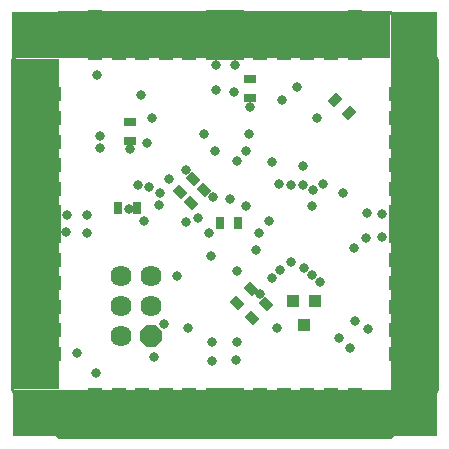
<source format=gbs>
%FSLAX24Y24*%
%MOIN*%
G70*
G01*
G75*
G04 Layer_Color=16711935*
%ADD10R,0.0236X0.0315*%
G04:AMPARAMS|DCode=11|XSize=15.7mil|YSize=59.1mil|CornerRadius=0mil|HoleSize=0mil|Usage=FLASHONLY|Rotation=315.000|XOffset=0mil|YOffset=0mil|HoleType=Round|Shape=Rectangle|*
%AMROTATEDRECTD11*
4,1,4,-0.0264,-0.0153,0.0153,0.0264,0.0264,0.0153,-0.0153,-0.0264,-0.0264,-0.0153,0.0*
%
%ADD11ROTATEDRECTD11*%

G04:AMPARAMS|DCode=12|XSize=15.7mil|YSize=59.1mil|CornerRadius=0mil|HoleSize=0mil|Usage=FLASHONLY|Rotation=45.000|XOffset=0mil|YOffset=0mil|HoleType=Round|Shape=Rectangle|*
%AMROTATEDRECTD12*
4,1,4,0.0153,-0.0264,-0.0264,0.0153,-0.0153,0.0264,0.0264,-0.0153,0.0153,-0.0264,0.0*
%
%ADD12ROTATEDRECTD12*%

G04:AMPARAMS|DCode=13|XSize=15.7mil|YSize=59.1mil|CornerRadius=0mil|HoleSize=0mil|Usage=FLASHONLY|Rotation=45.000|XOffset=0mil|YOffset=0mil|HoleType=Round|Shape=Round|*
%AMOVALD13*
21,1,0.0433,0.0157,0.0000,0.0000,135.0*
1,1,0.0157,0.0153,-0.0153*
1,1,0.0157,-0.0153,0.0153*
%
%ADD13OVALD13*%

%ADD14R,0.0450X0.0450*%
%ADD15R,0.0472X0.1457*%
%ADD16C,0.0200*%
%ADD17C,0.0100*%
%ADD18C,0.0150*%
%ADD19R,0.0540X0.0670*%
%ADD20R,0.1080X0.0760*%
%ADD21R,0.1260X0.1080*%
%ADD22R,0.0820X0.1791*%
%ADD23R,0.0394X0.1575*%
%ADD24R,0.0394X0.1181*%
%ADD25R,0.1181X0.1575*%
%ADD26R,0.1575X0.0394*%
%ADD27R,0.1181X0.0394*%
%ADD28R,0.1575X0.1181*%
%ADD29C,0.0625*%
G04:AMPARAMS|DCode=30|XSize=62.5mil|YSize=62.5mil|CornerRadius=0mil|HoleSize=0mil|Usage=FLASHONLY|Rotation=180.000|XOffset=0mil|YOffset=0mil|HoleType=Round|Shape=Octagon|*
%AMOCTAGOND30*
4,1,8,-0.0313,0.0156,-0.0313,-0.0156,-0.0156,-0.0313,0.0156,-0.0313,0.0313,-0.0156,0.0313,0.0156,0.0156,0.0313,-0.0156,0.0313,-0.0313,0.0156,0.0*
%
%ADD30OCTAGOND30*%

%ADD31C,0.0250*%
G04:AMPARAMS|DCode=32|XSize=23.6mil|YSize=31.5mil|CornerRadius=0mil|HoleSize=0mil|Usage=FLASHONLY|Rotation=45.000|XOffset=0mil|YOffset=0mil|HoleType=Round|Shape=Rectangle|*
%AMROTATEDRECTD32*
4,1,4,0.0028,-0.0195,-0.0195,0.0028,-0.0028,0.0195,0.0195,-0.0028,0.0028,-0.0195,0.0*
%
%ADD32ROTATEDRECTD32*%

G04:AMPARAMS|DCode=33|XSize=23.6mil|YSize=31.5mil|CornerRadius=0mil|HoleSize=0mil|Usage=FLASHONLY|Rotation=135.000|XOffset=0mil|YOffset=0mil|HoleType=Round|Shape=Rectangle|*
%AMROTATEDRECTD33*
4,1,4,0.0195,0.0028,-0.0028,-0.0195,-0.0195,-0.0028,0.0028,0.0195,0.0195,0.0028,0.0*
%
%ADD33ROTATEDRECTD33*%

%ADD34R,0.0315X0.0236*%
%ADD35R,0.0310X0.0350*%
%ADD36R,0.0440X0.1070*%
%ADD37C,0.0039*%
%ADD38C,0.0060*%
%ADD39C,0.0075*%
%ADD40C,0.0070*%
%ADD41R,1.1024X0.1575*%
%ADD42R,0.1575X1.2598*%
%ADD43R,1.4173X0.1575*%
%ADD44R,0.1575X1.2598*%
%ADD45R,0.0316X0.0395*%
G04:AMPARAMS|DCode=46|XSize=23.7mil|YSize=67.1mil|CornerRadius=0mil|HoleSize=0mil|Usage=FLASHONLY|Rotation=315.000|XOffset=0mil|YOffset=0mil|HoleType=Round|Shape=Rectangle|*
%AMROTATEDRECTD46*
4,1,4,-0.0321,-0.0153,0.0153,0.0321,0.0321,0.0153,-0.0153,-0.0321,-0.0321,-0.0153,0.0*
%
%ADD46ROTATEDRECTD46*%

G04:AMPARAMS|DCode=47|XSize=23.7mil|YSize=67.1mil|CornerRadius=0mil|HoleSize=0mil|Usage=FLASHONLY|Rotation=45.000|XOffset=0mil|YOffset=0mil|HoleType=Round|Shape=Rectangle|*
%AMROTATEDRECTD47*
4,1,4,0.0153,-0.0321,-0.0321,0.0153,-0.0153,0.0321,0.0321,-0.0153,0.0153,-0.0321,0.0*
%
%ADD47ROTATEDRECTD47*%

G04:AMPARAMS|DCode=48|XSize=23.7mil|YSize=67.1mil|CornerRadius=0mil|HoleSize=0mil|Usage=FLASHONLY|Rotation=45.000|XOffset=0mil|YOffset=0mil|HoleType=Round|Shape=Round|*
%AMOVALD48*
21,1,0.0433,0.0237,0.0000,0.0000,135.0*
1,1,0.0237,0.0153,-0.0153*
1,1,0.0237,-0.0153,0.0153*
%
%ADD48OVALD48*%

%ADD49R,0.0530X0.0530*%
%ADD50R,0.0552X0.1537*%
%ADD51R,0.0474X0.1655*%
%ADD52R,0.0474X0.1261*%
%ADD53R,0.1261X0.1655*%
%ADD54R,0.1655X0.0474*%
%ADD55R,0.1261X0.0474*%
%ADD56R,0.1655X0.1261*%
%ADD57R,0.0080X0.0080*%
%ADD58C,0.0705*%
G04:AMPARAMS|DCode=59|XSize=70.5mil|YSize=70.5mil|CornerRadius=0mil|HoleSize=0mil|Usage=FLASHONLY|Rotation=180.000|XOffset=0mil|YOffset=0mil|HoleType=Round|Shape=Octagon|*
%AMOCTAGOND59*
4,1,8,-0.0353,0.0176,-0.0353,-0.0176,-0.0176,-0.0353,0.0176,-0.0353,0.0353,-0.0176,0.0353,0.0176,0.0176,0.0353,-0.0176,0.0353,-0.0353,0.0176,0.0*
%
%ADD59OCTAGOND59*%

%ADD60C,0.0330*%
%ADD61R,0.1575X1.1024*%
%ADD62R,1.2598X0.1575*%
G04:AMPARAMS|DCode=63|XSize=31.6mil|YSize=39.5mil|CornerRadius=0mil|HoleSize=0mil|Usage=FLASHONLY|Rotation=45.000|XOffset=0mil|YOffset=0mil|HoleType=Round|Shape=Rectangle|*
%AMROTATEDRECTD63*
4,1,4,0.0028,-0.0251,-0.0251,0.0028,-0.0028,0.0251,0.0251,-0.0028,0.0028,-0.0251,0.0*
%
%ADD63ROTATEDRECTD63*%

G04:AMPARAMS|DCode=64|XSize=31.6mil|YSize=39.5mil|CornerRadius=0mil|HoleSize=0mil|Usage=FLASHONLY|Rotation=135.000|XOffset=0mil|YOffset=0mil|HoleType=Round|Shape=Rectangle|*
%AMROTATEDRECTD64*
4,1,4,0.0251,0.0028,-0.0028,-0.0251,-0.0251,-0.0028,0.0028,0.0251,0.0251,0.0028,0.0*
%
%ADD64ROTATEDRECTD64*%

%ADD65R,0.0395X0.0316*%
%ADD66R,0.0390X0.0430*%
D17*
X30713Y33561D02*
X32287Y35136D01*
X30713Y22537D02*
Y33561D01*
Y22537D02*
X32287Y20963D01*
X43311D01*
X44886Y22537D01*
Y33561D01*
X43311Y35136D02*
X44886Y33561D01*
X32287Y35136D02*
X43311D01*
D42*
X44098Y28837D02*
D03*
D43*
X37799Y21750D02*
D03*
D45*
X37625Y28080D02*
D03*
X38255D02*
D03*
X34255Y28590D02*
D03*
X34885D02*
D03*
D51*
X42130Y34348D02*
D03*
X33468D02*
D03*
X33469Y21750D02*
D03*
X42130D02*
D03*
D52*
X41343Y34152D02*
D03*
X40555D02*
D03*
X39768D02*
D03*
X38980D02*
D03*
X36618D02*
D03*
X35831D02*
D03*
X35043D02*
D03*
X34256D02*
D03*
Y21947D02*
D03*
X35043D02*
D03*
X35831D02*
D03*
X36618D02*
D03*
X38980D02*
D03*
X39768D02*
D03*
X40555D02*
D03*
X41343D02*
D03*
D53*
X37799Y34348D02*
D03*
Y21750D02*
D03*
D54*
X44098Y32380D02*
D03*
Y23719D02*
D03*
X31500Y23719D02*
D03*
Y32380D02*
D03*
D55*
X43902Y31593D02*
D03*
Y30805D02*
D03*
Y30018D02*
D03*
Y29230D02*
D03*
Y26868D02*
D03*
Y26081D02*
D03*
Y25293D02*
D03*
Y24506D02*
D03*
X31697D02*
D03*
Y25293D02*
D03*
Y26081D02*
D03*
Y26868D02*
D03*
Y29230D02*
D03*
Y30018D02*
D03*
Y30805D02*
D03*
Y31593D02*
D03*
D56*
X44098Y28049D02*
D03*
X31500D02*
D03*
D57*
X31697Y34348D02*
D03*
Y21750D02*
D03*
X44295D02*
D03*
X44286Y34348D02*
D03*
D58*
X35350Y26320D02*
D03*
Y25320D02*
D03*
X34350Y24320D02*
D03*
Y25320D02*
D03*
Y26320D02*
D03*
D59*
X35350Y24320D02*
D03*
D60*
X35020Y32360D02*
D03*
X35370Y31600D02*
D03*
X35210Y30740D02*
D03*
X37490Y32530D02*
D03*
X34890Y29340D02*
D03*
X35270Y29300D02*
D03*
X41600Y24260D02*
D03*
X41970Y23910D02*
D03*
X42140Y24830D02*
D03*
X42560Y24540D02*
D03*
X40980Y26120D02*
D03*
X41730Y29090D02*
D03*
X42090Y27270D02*
D03*
X40710Y26350D02*
D03*
X40450Y26590D02*
D03*
X40020Y26780D02*
D03*
X39530Y24580D02*
D03*
X40390Y29990D02*
D03*
X40200Y32630D02*
D03*
X43030Y28400D02*
D03*
X42540Y28420D02*
D03*
X42520Y27590D02*
D03*
X43030Y27610D02*
D03*
X38630Y31940D02*
D03*
X33550Y33030D02*
D03*
X38100Y32470D02*
D03*
X38140Y33350D02*
D03*
X37510Y33370D02*
D03*
X33500Y23100D02*
D03*
X32880Y23740D02*
D03*
X35770Y24720D02*
D03*
X35430Y23630D02*
D03*
X33200Y28370D02*
D03*
Y27770D02*
D03*
X32540Y28370D02*
D03*
X32520Y27780D02*
D03*
X37370Y24130D02*
D03*
Y23480D02*
D03*
X38190Y24131D02*
D03*
X38160Y23510D02*
D03*
X39710Y32180D02*
D03*
X40860Y31600D02*
D03*
X39380Y30118D02*
D03*
X37120Y31040D02*
D03*
X38600D02*
D03*
X37460Y30490D02*
D03*
X38490Y30500D02*
D03*
X38210Y30160D02*
D03*
X36490Y29870D02*
D03*
X37400Y28960D02*
D03*
X37340Y26990D02*
D03*
X37260Y27750D02*
D03*
X37970Y28900D02*
D03*
X38520Y28670D02*
D03*
X38850Y27200D02*
D03*
X39990Y29370D02*
D03*
X40690Y28670D02*
D03*
X39610Y29380D02*
D03*
X40410Y29370D02*
D03*
X40740Y29190D02*
D03*
X41060Y29400D02*
D03*
X38950Y27770D02*
D03*
X39280Y28160D02*
D03*
X36910Y28240D02*
D03*
X35950Y29550D02*
D03*
X35630Y29097D02*
D03*
X35600Y28682D02*
D03*
X36220Y26310D02*
D03*
X35090Y28140D02*
D03*
X36520Y28130D02*
D03*
X33650Y30980D02*
D03*
X33630Y30600D02*
D03*
X39630Y26530D02*
D03*
X39380Y26260D02*
D03*
X38970Y25730D02*
D03*
X36570Y24600D02*
D03*
X34600Y28540D02*
D03*
X34630Y30550D02*
D03*
X38200Y26500D02*
D03*
D61*
X31500Y28049D02*
D03*
D62*
X37012Y34348D02*
D03*
D63*
X38663Y25883D02*
D03*
X38217Y25437D02*
D03*
X39163Y25383D02*
D03*
X38717Y24937D02*
D03*
X36743Y29553D02*
D03*
X36297Y29107D02*
D03*
X37103Y29203D02*
D03*
X36657Y28757D02*
D03*
D64*
X41477Y32193D02*
D03*
X41923Y31747D02*
D03*
D65*
X38650Y32265D02*
D03*
Y32895D02*
D03*
X34650Y30825D02*
D03*
Y31455D02*
D03*
D66*
X40080Y25480D02*
D03*
X40820D02*
D03*
X40450Y24690D02*
D03*
M02*

</source>
